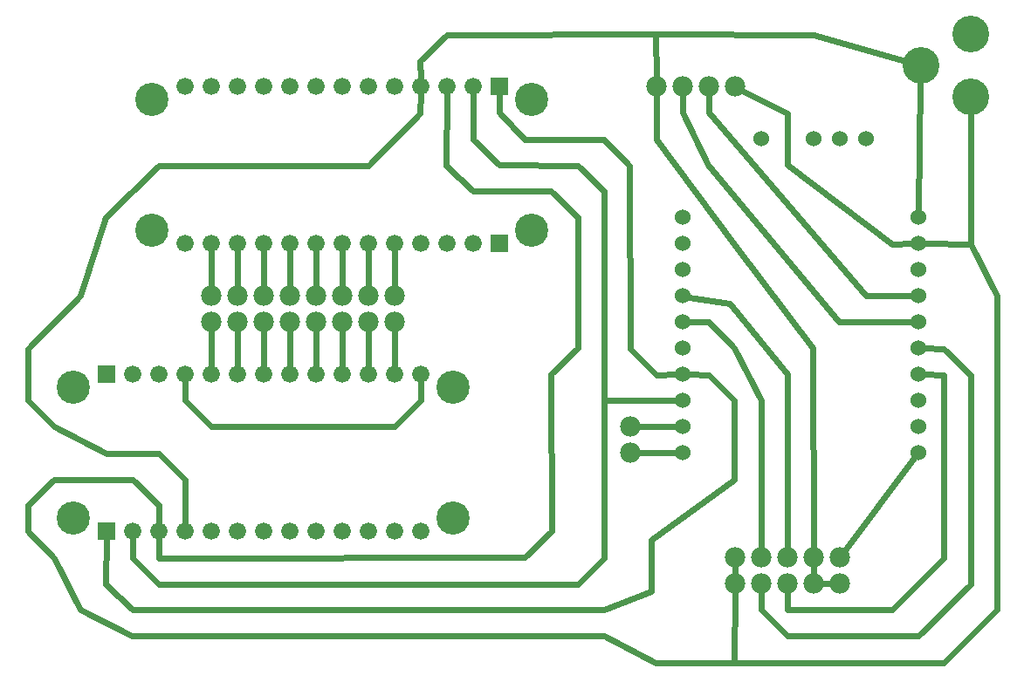
<source format=gbl>
G04 MADE WITH FRITZING*
G04 WWW.FRITZING.ORG*
G04 DOUBLE SIDED*
G04 HOLES PLATED*
G04 CONTOUR ON CENTER OF CONTOUR VECTOR*
%ASAXBY*%
%FSLAX23Y23*%
%MOIN*%
%OFA0B0*%
%SFA1.0B1.0*%
%ADD10C,0.060000*%
%ADD11C,0.066000*%
%ADD12C,0.126614*%
%ADD13C,0.078000*%
%ADD14C,0.140000*%
%ADD15R,0.066000X0.066000*%
%ADD16C,0.024000*%
%LNCOPPER0*%
G90*
G70*
G54D10*
X2571Y872D03*
X2571Y972D03*
X2572Y1072D03*
X2572Y1172D03*
X2571Y1272D03*
X2571Y1372D03*
X2571Y1472D03*
X2571Y1572D03*
X2571Y1672D03*
X2571Y1772D03*
X3471Y872D03*
X3471Y972D03*
X3471Y1072D03*
X3471Y1172D03*
X3471Y1272D03*
X3471Y1372D03*
X3471Y1472D03*
X3471Y1572D03*
X3471Y1672D03*
X3471Y1772D03*
X2871Y2073D03*
X3071Y2072D03*
X3171Y2072D03*
X3271Y2073D03*
G54D11*
X1871Y1672D03*
X1771Y1672D03*
X1671Y1672D03*
X1571Y1672D03*
G54D12*
X1996Y1722D03*
G54D11*
X1471Y1672D03*
X1371Y1672D03*
X1271Y1672D03*
X1171Y1672D03*
X1071Y1672D03*
X971Y1672D03*
X871Y1672D03*
X771Y1672D03*
X671Y1672D03*
G54D12*
X546Y1722D03*
G54D11*
X1871Y2272D03*
X1771Y2272D03*
X1671Y2272D03*
X1571Y2272D03*
X1471Y2272D03*
X1371Y2272D03*
X1271Y2272D03*
X1171Y2272D03*
X1071Y2272D03*
X971Y2272D03*
X871Y2272D03*
X771Y2272D03*
X671Y2272D03*
G54D12*
X546Y2222D03*
X1996Y2222D03*
G54D11*
X371Y1174D03*
X471Y1174D03*
X571Y1174D03*
X671Y1174D03*
G54D12*
X246Y1124D03*
G54D11*
X771Y1174D03*
X871Y1174D03*
X971Y1174D03*
X1071Y1174D03*
X1171Y1174D03*
X1271Y1174D03*
X1371Y1174D03*
X1471Y1174D03*
X1571Y1174D03*
G54D12*
X1696Y1124D03*
G54D11*
X371Y574D03*
X471Y574D03*
X571Y574D03*
X671Y574D03*
X771Y574D03*
X871Y574D03*
X971Y574D03*
X1071Y574D03*
X1171Y574D03*
X1271Y574D03*
X1371Y574D03*
X1471Y574D03*
X1571Y574D03*
G54D12*
X1696Y624D03*
X246Y624D03*
G54D13*
X2771Y2272D03*
X2671Y2272D03*
X2571Y2272D03*
X2471Y2272D03*
X3171Y472D03*
X3071Y472D03*
X2971Y472D03*
X2871Y472D03*
X2771Y472D03*
X3171Y472D03*
X3071Y472D03*
X2971Y472D03*
X2871Y472D03*
X2771Y472D03*
X2771Y372D03*
X2871Y372D03*
X2971Y372D03*
X3071Y372D03*
X3171Y372D03*
X771Y1372D03*
X871Y1372D03*
X971Y1372D03*
X1071Y1372D03*
X1171Y1372D03*
X1271Y1372D03*
X1371Y1372D03*
X1471Y1372D03*
X771Y1372D03*
X871Y1372D03*
X971Y1372D03*
X1071Y1372D03*
X1171Y1372D03*
X1271Y1372D03*
X1371Y1372D03*
X1471Y1372D03*
X1471Y1472D03*
X1371Y1472D03*
X1271Y1472D03*
X1171Y1472D03*
X1071Y1472D03*
X971Y1472D03*
X871Y1472D03*
X771Y1472D03*
X2371Y872D03*
X2371Y972D03*
G54D14*
X3671Y2232D03*
X3671Y2472D03*
X3481Y2352D03*
G54D15*
X1871Y1672D03*
X1871Y2272D03*
X371Y1174D03*
X371Y574D03*
G54D16*
X3570Y471D02*
X3570Y1170D01*
D02*
X3570Y1170D02*
X3497Y1172D01*
D02*
X3372Y274D02*
X3570Y471D01*
D02*
X2972Y274D02*
X3372Y274D01*
D02*
X2971Y348D02*
X2972Y274D01*
D02*
X3471Y1797D02*
X3480Y2291D01*
D02*
X1471Y1342D02*
X1471Y1205D01*
D02*
X1271Y1342D02*
X1271Y1205D01*
D02*
X1371Y1342D02*
X1371Y1205D01*
D02*
X3189Y496D02*
X3456Y852D01*
D02*
X3372Y1671D02*
X3446Y1672D01*
D02*
X2972Y1973D02*
X3372Y1671D01*
D02*
X2972Y2171D02*
X2972Y1973D01*
D02*
X2793Y2261D02*
X2972Y2171D01*
D02*
X2172Y1772D02*
X2173Y1273D01*
D02*
X2173Y1273D02*
X2070Y1174D01*
D02*
X2070Y1872D02*
X2172Y1772D01*
D02*
X2070Y1174D02*
X2073Y573D01*
D02*
X1771Y1874D02*
X2070Y1872D01*
D02*
X2073Y573D02*
X1969Y474D01*
D02*
X1670Y1970D02*
X1771Y1874D01*
D02*
X1969Y474D02*
X572Y471D01*
D02*
X1671Y2242D02*
X1670Y1970D01*
D02*
X572Y471D02*
X571Y543D01*
D02*
X2871Y274D02*
X2972Y173D01*
D02*
X2972Y173D02*
X3473Y173D01*
D02*
X2871Y348D02*
X2871Y274D01*
D02*
X3473Y173D02*
X3671Y370D01*
D02*
X3671Y370D02*
X3671Y770D01*
D02*
X3673Y1170D02*
X3570Y1271D01*
D02*
X3671Y770D02*
X3673Y1170D01*
D02*
X3570Y1271D02*
X3496Y1272D01*
D02*
X2972Y1174D02*
X2752Y1443D01*
D02*
X2752Y1443D02*
X2596Y1468D01*
D02*
X2971Y497D02*
X2972Y1174D01*
D02*
X971Y1502D02*
X971Y1642D01*
D02*
X1171Y1342D02*
X1171Y1205D01*
D02*
X1071Y1502D02*
X1071Y1642D01*
D02*
X1071Y1342D02*
X1071Y1205D01*
D02*
X2771Y442D02*
X2771Y402D01*
D02*
X1171Y1502D02*
X1171Y1642D01*
D02*
X671Y605D02*
X673Y770D01*
D02*
X673Y770D02*
X572Y871D01*
D02*
X572Y871D02*
X373Y871D01*
D02*
X373Y871D02*
X172Y973D01*
D02*
X172Y973D02*
X71Y1074D01*
D02*
X71Y1074D02*
X71Y1271D01*
D02*
X71Y1271D02*
X273Y1473D01*
D02*
X273Y1473D02*
X370Y1772D01*
D02*
X370Y1772D02*
X572Y1970D01*
D02*
X572Y1970D02*
X1372Y1970D01*
D02*
X1372Y1970D02*
X1570Y2171D01*
D02*
X1570Y2171D02*
X1571Y2242D01*
D02*
X2770Y1074D02*
X2673Y1170D01*
D02*
X2673Y1170D02*
X2597Y1172D01*
D02*
X2770Y770D02*
X2770Y1074D01*
D02*
X2451Y541D02*
X2770Y770D01*
D02*
X2451Y343D02*
X2451Y541D01*
D02*
X2273Y274D02*
X2451Y343D01*
D02*
X471Y274D02*
X2273Y274D01*
D02*
X370Y370D02*
X471Y274D01*
D02*
X371Y549D02*
X370Y370D01*
D02*
X3101Y372D02*
X3141Y372D01*
D02*
X2546Y972D02*
X2401Y972D01*
D02*
X871Y1342D02*
X871Y1205D01*
D02*
X771Y1342D02*
X771Y1205D01*
D02*
X3070Y1272D02*
X2770Y1671D01*
D02*
X2770Y1671D02*
X2471Y2071D01*
D02*
X3071Y502D02*
X3070Y1272D01*
D02*
X2471Y2071D02*
X2471Y2242D01*
D02*
X3071Y442D02*
X3071Y402D01*
D02*
X771Y1502D02*
X771Y1642D01*
D02*
X1471Y1502D02*
X1471Y1642D01*
D02*
X1271Y1502D02*
X1271Y1642D01*
D02*
X773Y974D02*
X1472Y974D01*
D02*
X1472Y974D02*
X1573Y1075D01*
D02*
X672Y1075D02*
X773Y974D01*
D02*
X1573Y1075D02*
X1572Y1143D01*
D02*
X671Y1143D02*
X672Y1075D01*
D02*
X3073Y2471D02*
X3422Y2369D01*
D02*
X2470Y2474D02*
X3073Y2471D01*
D02*
X2471Y2302D02*
X2470Y2474D01*
D02*
X2470Y2474D02*
X1671Y2471D01*
D02*
X1671Y2471D02*
X1570Y2370D01*
D02*
X1570Y2370D02*
X1571Y2303D01*
D02*
X2673Y2172D02*
X3272Y1474D01*
D02*
X3272Y1474D02*
X3446Y1473D01*
D02*
X2672Y2248D02*
X2673Y2172D01*
D02*
X2871Y1073D02*
X2871Y497D01*
D02*
X2770Y1272D02*
X2871Y1073D01*
D02*
X2673Y1373D02*
X2770Y1272D01*
D02*
X2597Y1372D02*
X2673Y1373D01*
D02*
X1371Y1502D02*
X1371Y1642D01*
D02*
X2271Y1074D02*
X2547Y1073D01*
D02*
X2273Y1874D02*
X2271Y1074D01*
D02*
X2271Y1074D02*
X2273Y471D01*
D02*
X2172Y1970D02*
X2273Y1874D01*
D02*
X1872Y1972D02*
X2172Y1970D01*
D02*
X2273Y471D02*
X2172Y370D01*
D02*
X1772Y2071D02*
X1872Y1972D01*
D02*
X2172Y370D02*
X572Y370D01*
D02*
X1771Y2242D02*
X1772Y2071D01*
D02*
X572Y370D02*
X471Y471D01*
D02*
X471Y471D02*
X471Y543D01*
D02*
X2669Y1972D02*
X3169Y1372D01*
D02*
X3169Y1372D02*
X3446Y1372D01*
D02*
X2573Y2174D02*
X2669Y1972D01*
D02*
X2572Y2248D02*
X2573Y2174D01*
D02*
X2401Y872D02*
X2546Y872D01*
D02*
X871Y1502D02*
X871Y1642D01*
D02*
X3671Y1671D02*
X3496Y1672D01*
D02*
X3671Y1671D02*
X3772Y1474D01*
D02*
X3671Y1671D02*
X3671Y2171D01*
D02*
X3772Y1474D02*
X3772Y274D01*
D02*
X3772Y274D02*
X3570Y71D01*
D02*
X3570Y71D02*
X2770Y71D01*
D02*
X2770Y71D02*
X2771Y342D01*
D02*
X2770Y71D02*
X2470Y71D01*
D02*
X2470Y71D02*
X2273Y173D01*
D02*
X2273Y173D02*
X470Y173D01*
D02*
X470Y173D02*
X273Y274D01*
D02*
X273Y274D02*
X172Y471D01*
D02*
X172Y471D02*
X71Y573D01*
D02*
X71Y573D02*
X71Y674D01*
D02*
X71Y674D02*
X172Y770D01*
D02*
X172Y770D02*
X471Y770D01*
D02*
X471Y770D02*
X572Y674D01*
D02*
X572Y674D02*
X571Y605D01*
D02*
X1970Y2071D02*
X1873Y2172D01*
D02*
X1873Y2172D02*
X1872Y2247D01*
D02*
X2273Y2071D02*
X1970Y2071D01*
D02*
X2370Y1970D02*
X2273Y2071D01*
D02*
X2471Y1170D02*
X2372Y1271D01*
D02*
X2372Y1271D02*
X2370Y1970D01*
D02*
X2547Y1172D02*
X2471Y1170D01*
D02*
X971Y1342D02*
X971Y1205D01*
G04 End of Copper0*
M02*
</source>
